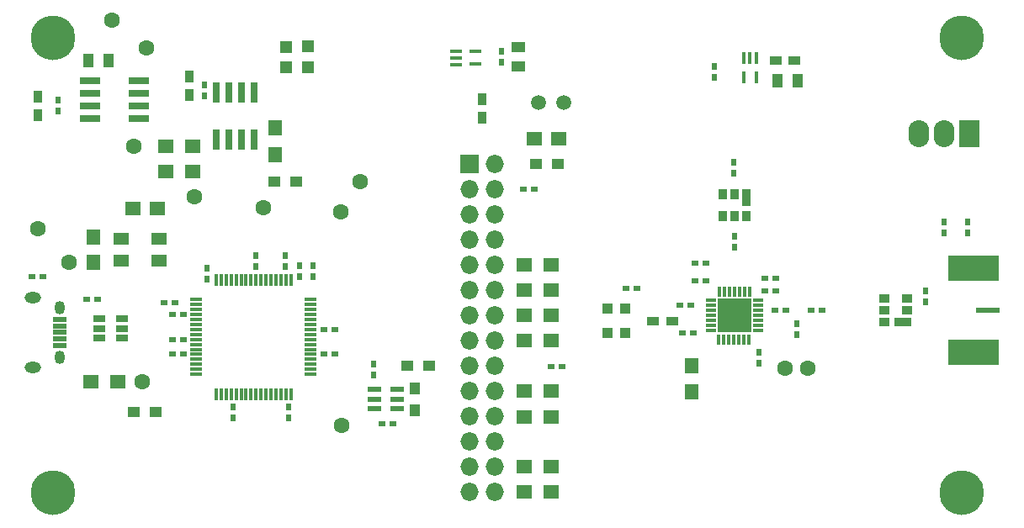
<source format=gbr>
G04 #@! TF.FileFunction,Soldermask,Top*
%FSLAX46Y46*%
G04 Gerber Fmt 4.6, Leading zero omitted, Abs format (unit mm)*
G04 Created by KiCad (PCBNEW 4.0.5+dfsg1-4~bpo8+1) date Sun Nov  3 08:51:25 2019*
%MOMM*%
%LPD*%
G01*
G04 APERTURE LIST*
%ADD10C,0.100000*%
%ADD11R,1.320800X0.609600*%
%ADD12R,3.401600X3.401600*%
%ADD13R,0.401600X1.051600*%
%ADD14R,1.051600X0.401600*%
%ADD15C,4.501600*%
%ADD16C,0.701600*%
%ADD17R,0.851600X1.301600*%
%ADD18R,0.601600X0.701600*%
%ADD19R,1.601600X1.351600*%
%ADD20R,1.351600X1.601600*%
%ADD21R,0.701600X0.601600*%
%ADD22R,1.301600X0.851600*%
%ADD23R,1.301600X0.701600*%
%ADD24R,1.601600X1.401600*%
%ADD25R,1.301600X1.001600*%
%ADD26R,1.401600X1.601600*%
%ADD27C,1.501600*%
%ADD28R,0.660400X2.082800*%
%ADD29R,0.401600X1.301600*%
%ADD30R,1.301600X0.401600*%
%ADD31R,2.101600X0.701600*%
%ADD32R,0.911600X1.801600*%
%ADD33R,0.911600X1.061600*%
%ADD34R,1.601600X1.301600*%
%ADD35R,1.001600X1.301600*%
%ADD36C,1.601600*%
%ADD37R,1.001600X1.101600*%
%ADD38R,0.457200X1.270000*%
%ADD39R,1.270000X0.457200*%
%ADD40R,1.451600X0.501600*%
%ADD41O,1.051600X1.351600*%
%ADD42O,1.651600X1.101600*%
%ADD43R,1.101600X1.351600*%
%ADD44R,1.351600X1.101600*%
%ADD45R,2.101600X2.701600*%
%ADD46O,2.101600X2.701600*%
%ADD47R,1.301600X1.301600*%
%ADD48R,5.181600X2.514600*%
%ADD49R,2.384600X0.481600*%
%ADD50R,1.828800X1.828800*%
%ADD51O,1.828800X1.828800*%
%ADD52R,1.801600X0.911600*%
%ADD53R,1.061600X0.911600*%
G04 APERTURE END LIST*
D10*
D11*
X120980200Y-102092800D03*
X120980200Y-101142800D03*
X120980200Y-100192800D03*
X118694200Y-100192800D03*
X118694200Y-101142800D03*
X118694200Y-102092800D03*
D12*
X154940000Y-92710000D03*
D13*
X156340000Y-95130000D03*
X155840000Y-95130000D03*
X155340000Y-95130000D03*
X154840000Y-95130000D03*
X154340000Y-95130000D03*
X153840000Y-95130000D03*
X153340000Y-95130000D03*
X156440000Y-90330000D03*
X155940000Y-90330000D03*
X155440000Y-90330000D03*
X154940000Y-90330000D03*
X154440000Y-90330000D03*
X153940000Y-90330000D03*
X153440000Y-90330000D03*
D14*
X157320000Y-94210000D03*
X157320000Y-93710000D03*
X157320000Y-93210000D03*
X157320000Y-92710000D03*
X157320000Y-92210000D03*
X157320000Y-91710000D03*
X157320000Y-91210000D03*
X152560000Y-94210000D03*
X152560000Y-93710000D03*
X152560000Y-93210000D03*
X152560000Y-92710000D03*
X152560000Y-92210000D03*
X152560000Y-91710000D03*
X152560000Y-91210000D03*
D15*
X177800000Y-64770000D03*
D16*
X179450000Y-64770000D03*
X178966726Y-65936726D03*
X177800000Y-66420000D03*
X176633274Y-65936726D03*
X176150000Y-64770000D03*
X176633274Y-63603274D03*
X177800000Y-63120000D03*
X178966726Y-63603274D03*
D15*
X177800000Y-110617000D03*
D16*
X179450000Y-110617000D03*
X178966726Y-111783726D03*
X177800000Y-112267000D03*
X176633274Y-111783726D03*
X176150000Y-110617000D03*
X176633274Y-109450274D03*
X177800000Y-108967000D03*
X178966726Y-109450274D03*
D15*
X86360000Y-110617000D03*
D16*
X88010000Y-110617000D03*
X87526726Y-111783726D03*
X86360000Y-112267000D03*
X85193274Y-111783726D03*
X84710000Y-110617000D03*
X85193274Y-109450274D03*
X86360000Y-108967000D03*
X87526726Y-109450274D03*
D17*
X100076000Y-70546000D03*
X100076000Y-68646000D03*
D18*
X101600000Y-70654000D03*
X101600000Y-69554000D03*
D19*
X96855600Y-81991200D03*
X94355600Y-81991200D03*
D20*
X90424000Y-87356000D03*
X90424000Y-84856000D03*
D18*
X86868000Y-72178000D03*
X86868000Y-71078000D03*
D21*
X89721600Y-91135200D03*
X90821600Y-91135200D03*
X144014100Y-90030300D03*
X145114100Y-90030300D03*
D22*
X159070000Y-67056000D03*
X160970000Y-67056000D03*
D21*
X152061000Y-89281000D03*
X150961000Y-89281000D03*
X150537000Y-91694000D03*
X149437000Y-91694000D03*
D18*
X157353000Y-96478000D03*
X157353000Y-97578000D03*
D21*
X157946000Y-89027000D03*
X159046000Y-89027000D03*
D17*
X129540000Y-70932000D03*
X129540000Y-72832000D03*
D22*
X146751000Y-93268800D03*
X148651000Y-93268800D03*
D21*
X150791000Y-94488000D03*
X149691000Y-94488000D03*
X152061000Y-87503000D03*
X150961000Y-87503000D03*
D19*
X137267000Y-74930000D03*
X134767000Y-74930000D03*
D21*
X137608400Y-97840800D03*
X136508400Y-97840800D03*
X134789000Y-80010000D03*
X133689000Y-80010000D03*
D18*
X154813000Y-78401000D03*
X154813000Y-77301000D03*
X178358800Y-83295400D03*
X178358800Y-84395400D03*
D23*
X91026600Y-93080800D03*
X91026600Y-94030800D03*
X91026600Y-94980800D03*
X93326600Y-94980800D03*
X93326600Y-94030800D03*
X93326600Y-93080800D03*
D18*
X174117000Y-90280400D03*
X174117000Y-91380400D03*
D24*
X97710000Y-78232000D03*
X100410000Y-78232000D03*
D25*
X96654800Y-102463600D03*
X94454800Y-102463600D03*
D24*
X97710000Y-75692000D03*
X100410000Y-75692000D03*
X90191600Y-99364800D03*
X92891600Y-99364800D03*
D26*
X108712000Y-73834000D03*
X108712000Y-76534000D03*
D25*
X108628000Y-79248000D03*
X110828000Y-79248000D03*
D26*
X150571200Y-100460800D03*
X150571200Y-97760800D03*
D24*
X136478000Y-107950000D03*
X133778000Y-107950000D03*
X136478000Y-102997000D03*
X133778000Y-102997000D03*
X136478000Y-110490000D03*
X133778000Y-110490000D03*
D25*
X134917000Y-77470000D03*
X137117000Y-77470000D03*
D24*
X136478000Y-100330000D03*
X133778000Y-100330000D03*
X136478000Y-95250000D03*
X133778000Y-95250000D03*
X136478000Y-92710000D03*
X133778000Y-92710000D03*
X136478000Y-90170000D03*
X133778000Y-90170000D03*
X136478000Y-87630000D03*
X133778000Y-87630000D03*
D27*
X135178800Y-71259700D03*
X137718800Y-71259700D03*
D28*
X102743000Y-75006200D03*
X104013000Y-75006200D03*
X105283000Y-75006200D03*
X106553000Y-75006200D03*
X106553000Y-70281800D03*
X105283000Y-70281800D03*
X104013000Y-70281800D03*
X102743000Y-70281800D03*
D29*
X102777600Y-100644400D03*
D30*
X100777600Y-91144400D03*
X100777600Y-91644400D03*
X100777600Y-92144400D03*
X100777600Y-92644400D03*
X100777600Y-93144400D03*
X100777600Y-93644400D03*
X100777600Y-94144400D03*
X100777600Y-94644400D03*
X100777600Y-95144400D03*
X100777600Y-95644400D03*
X100777600Y-96144400D03*
X100777600Y-96644400D03*
X100777600Y-97144400D03*
X100777600Y-97644400D03*
X100777600Y-98144400D03*
X100777600Y-98644400D03*
D29*
X103277600Y-100644400D03*
X103777600Y-100644400D03*
X104277600Y-100644400D03*
X104777600Y-100644400D03*
X105277600Y-100644400D03*
X105777600Y-100644400D03*
X106277600Y-100644400D03*
X106777600Y-100644400D03*
X107277600Y-100644400D03*
X107777600Y-100644400D03*
X108277600Y-100644400D03*
X108777600Y-100644400D03*
X109277600Y-100644400D03*
X109777600Y-100644400D03*
X110277600Y-100644400D03*
D30*
X112277600Y-98644400D03*
X112277600Y-98144400D03*
X112277600Y-97644400D03*
X112277600Y-97144400D03*
X112277600Y-96644400D03*
X112277600Y-96144400D03*
X112277600Y-95644400D03*
X112277600Y-95144400D03*
X112277600Y-94644400D03*
X112277600Y-94144400D03*
X112277600Y-93644400D03*
X112277600Y-93144400D03*
X112277600Y-92644400D03*
X112277600Y-92144400D03*
X112277600Y-91644400D03*
X112277600Y-91144400D03*
D29*
X110277600Y-89144400D03*
X109777600Y-89144400D03*
X109277600Y-89144400D03*
X108777600Y-89144400D03*
X108277600Y-89144400D03*
X107777600Y-89144400D03*
X107277600Y-89144400D03*
X106777600Y-89144400D03*
X106277600Y-89144400D03*
X105777600Y-89144400D03*
X105277600Y-89144400D03*
X104777600Y-89144400D03*
X104277600Y-89144400D03*
X103777600Y-89144400D03*
X103277600Y-89144400D03*
X102777600Y-89144400D03*
D31*
X90056800Y-69062600D03*
X90056800Y-70332600D03*
X90056800Y-72872600D03*
X94956800Y-72872600D03*
X94956800Y-71602600D03*
X94956800Y-70332600D03*
X94956800Y-69062600D03*
X90056800Y-71602600D03*
D32*
X156083000Y-80899000D03*
D33*
X154893000Y-80529000D03*
X153703000Y-80529000D03*
X156083000Y-82759000D03*
X154893000Y-82759000D03*
X153703000Y-82759000D03*
D34*
X97028000Y-85039200D03*
X93228000Y-85039200D03*
X93228000Y-87239200D03*
X97028000Y-87239200D03*
D21*
X99457600Y-96621600D03*
X98357600Y-96621600D03*
X99457600Y-92659200D03*
X98357600Y-92659200D03*
X84235200Y-88849200D03*
X85335200Y-88849200D03*
D17*
X84836000Y-72578000D03*
X84836000Y-70678000D03*
D18*
X152908000Y-67649000D03*
X152908000Y-68749000D03*
X131445000Y-66125000D03*
X131445000Y-67225000D03*
D21*
X120539600Y-103632000D03*
X119439600Y-103632000D03*
D18*
X118567200Y-98746400D03*
X118567200Y-97646400D03*
D25*
X121988400Y-97790000D03*
X124188400Y-97790000D03*
D35*
X122732800Y-102242800D03*
X122732800Y-100042800D03*
D36*
X95351600Y-99364800D03*
X95707200Y-65786000D03*
X84785200Y-83972400D03*
X92252800Y-62992000D03*
X87934800Y-87376000D03*
X100584000Y-80772000D03*
X117221000Y-79222600D03*
X115316000Y-82296000D03*
X107543600Y-81838800D03*
X115417600Y-103835200D03*
X94488000Y-75692000D03*
D37*
X142151100Y-92062300D03*
X142151100Y-94462300D03*
X143951100Y-94462300D03*
X143951100Y-92062300D03*
D38*
X155835300Y-68764200D03*
X157130700Y-68764200D03*
X157143400Y-66833800D03*
X156483000Y-66833800D03*
X155822600Y-66833800D03*
D39*
X128835200Y-67430700D03*
X128835200Y-66135300D03*
X126904800Y-66122600D03*
X126904800Y-66783000D03*
X126904800Y-67443400D03*
D40*
X86995000Y-94437200D03*
X86995000Y-95087200D03*
X86995000Y-95737200D03*
X86995000Y-93787200D03*
X86995000Y-93137200D03*
D41*
X86995000Y-96937200D03*
X86995000Y-91937200D03*
D42*
X84295000Y-90937200D03*
X84295000Y-97937200D03*
D21*
X157946000Y-90297000D03*
X159046000Y-90297000D03*
D43*
X159274000Y-69088000D03*
X161274000Y-69088000D03*
D18*
X161163000Y-93557000D03*
X161163000Y-94657000D03*
D44*
X133210300Y-65675000D03*
X133210300Y-67675000D03*
D21*
X160062000Y-92202000D03*
X158962000Y-92202000D03*
D45*
X178511200Y-74447400D03*
D46*
X175971200Y-74447400D03*
X173431200Y-74447400D03*
D36*
X162306000Y-98044000D03*
X160020000Y-98044000D03*
D18*
X154940000Y-85894000D03*
X154940000Y-84794000D03*
X175971200Y-83295400D03*
X175971200Y-84395400D03*
D21*
X163745000Y-92202000D03*
X162645000Y-92202000D03*
D15*
X86360000Y-64770000D03*
D16*
X88010000Y-64770000D03*
X87526726Y-65936726D03*
X86360000Y-66420000D03*
X85193274Y-65936726D03*
X84710000Y-64770000D03*
X85193274Y-63603274D03*
X86360000Y-63120000D03*
X87526726Y-63603274D03*
D18*
X101854000Y-89043600D03*
X101854000Y-87943600D03*
D21*
X113597600Y-96621600D03*
X114697600Y-96621600D03*
D18*
X104495600Y-101964400D03*
X104495600Y-103064400D03*
X110083600Y-101964400D03*
X110083600Y-103064400D03*
D21*
X113597600Y-94132400D03*
X114697600Y-94132400D03*
D18*
X106781600Y-87824400D03*
X106781600Y-86724400D03*
D21*
X99457600Y-95148400D03*
X98357600Y-95148400D03*
D18*
X109728000Y-87824400D03*
X109728000Y-86724400D03*
X111150400Y-88789600D03*
X111150400Y-87689600D03*
X112522000Y-88789600D03*
X112522000Y-87689600D03*
D43*
X89932000Y-67056000D03*
X91932000Y-67056000D03*
D21*
X98594000Y-91440000D03*
X97494000Y-91440000D03*
D47*
X109829600Y-65675800D03*
X109829600Y-67775800D03*
X111963200Y-67750400D03*
X111963200Y-65650400D03*
D48*
X178993800Y-87947500D03*
X178993800Y-96456500D03*
D49*
X180390800Y-92202000D03*
D50*
X128270000Y-77470000D03*
D51*
X130810000Y-77470000D03*
X128270000Y-80010000D03*
X130810000Y-80010000D03*
X128270000Y-82550000D03*
X130810000Y-82550000D03*
X128270000Y-85090000D03*
X130810000Y-85090000D03*
X128270000Y-87630000D03*
X130810000Y-87630000D03*
X128270000Y-90170000D03*
X130810000Y-90170000D03*
X128270000Y-92710000D03*
X130810000Y-92710000D03*
X128270000Y-95250000D03*
X130810000Y-95250000D03*
X128270000Y-97790000D03*
X130810000Y-97790000D03*
X128270000Y-100330000D03*
X130810000Y-100330000D03*
X128270000Y-102870000D03*
X130810000Y-102870000D03*
X128270000Y-105410000D03*
X130810000Y-105410000D03*
X128270000Y-107950000D03*
X130810000Y-107950000D03*
X128270000Y-110490000D03*
X130810000Y-110490000D03*
D52*
X171881800Y-93395800D03*
D53*
X172251800Y-92205800D03*
X172251800Y-91015800D03*
X170021800Y-93395800D03*
X170021800Y-92205800D03*
X170021800Y-91015800D03*
M02*

</source>
